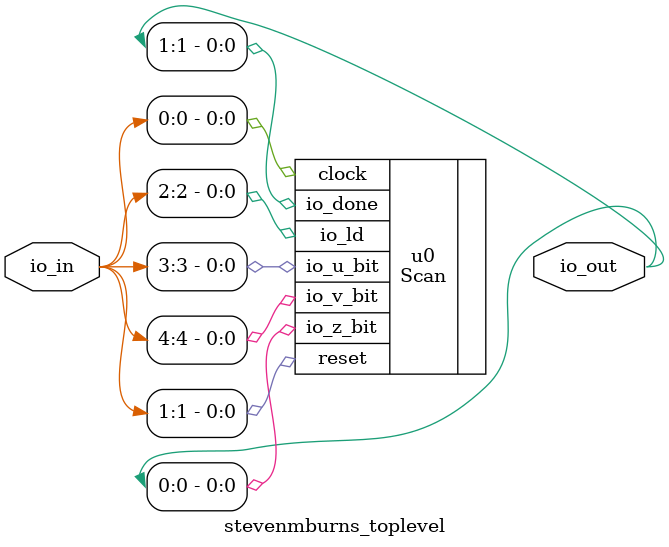
<source format=v>
module stevenmburns_toplevel(
  input [7:0] io_in,
  output [7:0] io_out
);
  
Scan u0(.clock(io_in[0]),
	.reset(io_in[1]),
	.io_ld(io_in[2]),
	.io_u_bit(io_in[3]),
	.io_v_bit(io_in[4]),
	.io_z_bit(io_out[0]),
	.io_done(io_out[1]));

endmodule

</source>
